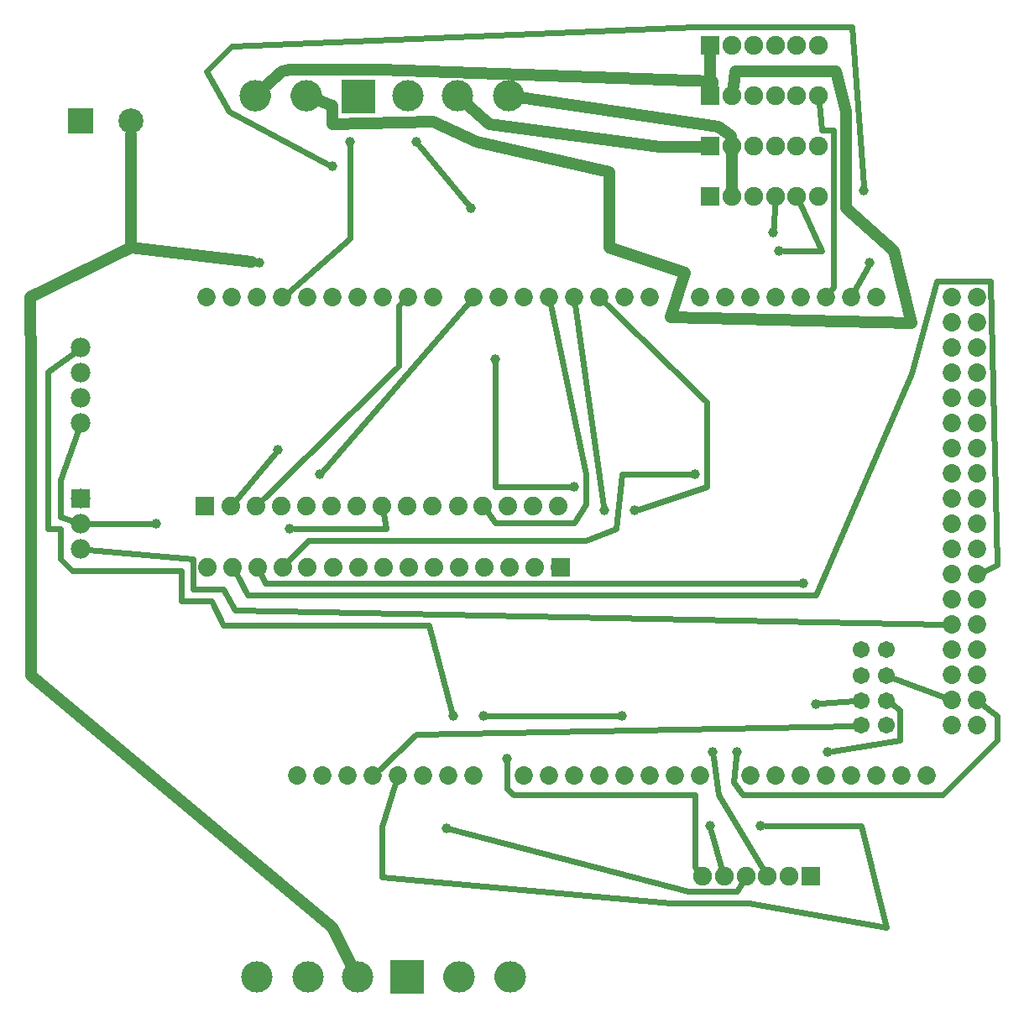
<source format=gtl>
G04 MADE WITH FRITZING*
G04 WWW.FRITZING.ORG*
G04 DOUBLE SIDED*
G04 HOLES PLATED*
G04 CONTOUR ON CENTER OF CONTOUR VECTOR*
%ASAXBY*%
%FSLAX23Y23*%
%MOIN*%
%OFA0B0*%
%SFA1.0B1.0*%
%ADD10C,0.078000*%
%ADD11C,0.099055*%
%ADD12C,0.075000*%
%ADD13C,0.067278*%
%ADD14C,0.072917*%
%ADD15C,0.074000*%
%ADD16C,0.124111*%
%ADD17C,0.124125*%
%ADD18C,0.039370*%
%ADD19R,0.099055X0.099055*%
%ADD20R,0.078000X0.078000*%
%ADD21R,0.075000X0.075000*%
%ADD22R,0.072555X0.072555*%
%ADD23R,0.132161X0.132161*%
%ADD24C,0.024000*%
%ADD25C,0.048000*%
%ADD26R,0.001000X0.001000*%
%LNCOPPER1*%
G90*
G70*
G54D10*
X285Y2717D03*
X285Y2617D03*
X285Y2517D03*
X285Y2417D03*
G54D11*
X285Y3617D03*
X485Y3617D03*
G54D10*
X285Y2117D03*
X285Y2017D03*
X285Y1917D03*
G54D12*
X2785Y3317D03*
X2871Y3317D03*
X2958Y3317D03*
X3044Y3317D03*
X3130Y3317D03*
X3216Y3317D03*
X2785Y3517D03*
X2871Y3517D03*
X2958Y3517D03*
X3044Y3517D03*
X3130Y3517D03*
X3216Y3517D03*
X2785Y3917D03*
X2871Y3917D03*
X2958Y3917D03*
X3044Y3917D03*
X3130Y3917D03*
X3216Y3917D03*
X2785Y3717D03*
X2871Y3717D03*
X2958Y3717D03*
X3044Y3717D03*
X3130Y3717D03*
X3216Y3717D03*
G54D13*
X3385Y1217D03*
X3385Y1316D03*
X3385Y1416D03*
X3385Y1517D03*
X3485Y1217D03*
X3485Y1316D03*
X3485Y1416D03*
X3485Y1517D03*
G54D12*
X3185Y617D03*
X3099Y617D03*
X3013Y617D03*
X2927Y617D03*
X2841Y617D03*
X2755Y617D03*
G54D14*
X3045Y1017D03*
X1445Y1017D03*
X3145Y1017D03*
X3245Y1017D03*
X3345Y1017D03*
X3445Y1017D03*
X3745Y2417D03*
X3545Y1017D03*
X3645Y1017D03*
X1485Y2917D03*
X2045Y1017D03*
X2145Y1017D03*
X2245Y1017D03*
X2345Y1017D03*
X3745Y1617D03*
X2445Y1017D03*
X2545Y1017D03*
X2645Y1017D03*
X2745Y1017D03*
X2245Y2917D03*
X3745Y2817D03*
X3745Y2017D03*
X3745Y1217D03*
X1085Y2917D03*
X1845Y1017D03*
X1845Y2917D03*
X3745Y2617D03*
X3745Y2217D03*
X3745Y1817D03*
X3445Y2917D03*
X3745Y1417D03*
X3345Y2917D03*
X3245Y2917D03*
X3145Y2917D03*
X3045Y2917D03*
X2945Y2917D03*
X2845Y2917D03*
X2745Y2917D03*
X885Y2917D03*
X1285Y2917D03*
X1685Y2917D03*
X1245Y1017D03*
X1645Y1017D03*
X2445Y2917D03*
X2045Y2917D03*
X3745Y2917D03*
X3745Y2717D03*
X3745Y2517D03*
X3745Y2317D03*
X3745Y2117D03*
X3745Y1917D03*
X3745Y1717D03*
X3745Y1517D03*
X3745Y1317D03*
X785Y2917D03*
X985Y2917D03*
X1185Y2917D03*
X1385Y2917D03*
X1585Y2917D03*
X1145Y1017D03*
X1345Y1017D03*
X1545Y1017D03*
X1745Y1017D03*
X2545Y2917D03*
X2345Y2917D03*
X2145Y2917D03*
X1945Y2917D03*
X3845Y2917D03*
X3845Y2817D03*
X3845Y2717D03*
X3845Y2617D03*
X3845Y2517D03*
X3845Y2417D03*
X3845Y2317D03*
X3845Y2217D03*
X3845Y2117D03*
X3845Y2017D03*
X3845Y1917D03*
X3845Y1817D03*
X3845Y1717D03*
X3845Y1617D03*
X3845Y1517D03*
X3845Y1417D03*
X3845Y1317D03*
X3845Y1217D03*
X2945Y1017D03*
G54D15*
X2190Y1845D03*
X2089Y1845D03*
X1989Y1845D03*
X1889Y1845D03*
X1790Y1845D03*
X1689Y1845D03*
X1589Y1845D03*
X1489Y1845D03*
X1387Y1844D03*
X1290Y1845D03*
X1184Y1845D03*
X1088Y1845D03*
X989Y1845D03*
X890Y1845D03*
X789Y1845D03*
G54D16*
X985Y217D03*
X1188Y217D03*
X1386Y217D03*
G54D17*
X1583Y217D03*
X1789Y217D03*
G54D16*
X1991Y217D03*
G54D15*
X780Y2088D03*
X881Y2088D03*
X982Y2088D03*
X1081Y2088D03*
X1181Y2088D03*
X1282Y2088D03*
X1382Y2088D03*
X1482Y2088D03*
X1583Y2089D03*
X1681Y2088D03*
X1786Y2088D03*
X1882Y2088D03*
X1982Y2088D03*
X2081Y2088D03*
X2181Y2088D03*
G54D16*
X1985Y3717D03*
X1783Y3717D03*
X1585Y3717D03*
G54D17*
X1388Y3717D03*
X1182Y3717D03*
G54D16*
X980Y3717D03*
G54D18*
X2724Y2214D03*
X2892Y1110D03*
X3204Y1302D03*
X1236Y2214D03*
X1068Y2310D03*
X3420Y3054D03*
X3252Y1110D03*
X2244Y2166D03*
X1932Y2670D03*
X1764Y1254D03*
X996Y3054D03*
X1836Y3270D03*
X1620Y3534D03*
X1884Y1254D03*
X2436Y1254D03*
X2985Y817D03*
X2785Y817D03*
X3396Y3342D03*
X1284Y3438D03*
X3060Y3102D03*
X1116Y1998D03*
X3036Y3174D03*
X1356Y3534D03*
X1737Y809D03*
X3156Y1782D03*
X2484Y2070D03*
X2796Y1110D03*
X2364Y2070D03*
X1980Y1086D03*
X585Y2017D03*
G54D19*
X285Y3617D03*
G54D20*
X285Y2117D03*
G54D21*
X2785Y3317D03*
X2785Y3517D03*
X2785Y3917D03*
X2785Y3717D03*
X3185Y617D03*
G54D22*
X2191Y1845D03*
G54D23*
X1582Y217D03*
G54D22*
X780Y2088D03*
G54D23*
X1389Y3716D03*
G54D24*
X3511Y1406D02*
X3717Y1327D01*
D02*
X3357Y1216D02*
X1620Y1182D01*
X1620Y1182D02*
X1467Y1037D01*
D02*
X1932Y2651D02*
X1932Y2166D01*
X1932Y2166D02*
X2225Y2166D01*
D02*
X3271Y1113D02*
X3540Y1158D01*
X3540Y1158D02*
X3540Y1278D01*
X3540Y1278D02*
X3508Y1300D01*
D02*
X3357Y1314D02*
X3223Y1303D01*
D02*
X2890Y1091D02*
X2880Y990D01*
X2880Y990D02*
X2916Y942D01*
X2916Y942D02*
X3708Y942D01*
X3708Y942D02*
X3924Y1158D01*
X3924Y1158D02*
X3924Y1254D01*
X3924Y1254D02*
X3869Y1298D01*
D02*
X3263Y2941D02*
X3276Y2958D01*
X3276Y2958D02*
X3276Y3582D01*
X3276Y3582D02*
X3228Y3582D01*
X3228Y3582D02*
X3218Y3688D01*
G54D25*
D02*
X1817Y3686D02*
X1908Y3606D01*
X1908Y3606D02*
X2584Y3516D01*
D02*
X2584Y3516D02*
X2757Y3516D01*
G54D24*
D02*
X2151Y2887D02*
X2292Y2214D01*
X2292Y2214D02*
X2292Y2094D01*
X2292Y2094D02*
X2244Y2022D01*
X2244Y2022D02*
X1932Y2022D01*
X1932Y2022D02*
X1901Y2063D01*
G54D25*
D02*
X2871Y3345D02*
X2871Y3488D01*
D02*
X2030Y3710D02*
X2820Y3594D01*
X2820Y3594D02*
X2868Y3558D01*
X2868Y3558D02*
X2869Y3545D01*
D02*
X2785Y3888D02*
X2785Y3745D01*
D02*
X1020Y3755D02*
X1085Y3816D01*
D02*
X1085Y3816D02*
X1116Y3822D01*
X1116Y3822D02*
X1476Y3822D01*
X1476Y3822D02*
X2796Y3774D01*
X2796Y3774D02*
X2791Y3745D01*
G54D24*
D02*
X2736Y639D02*
X2724Y654D01*
X2724Y654D02*
X2724Y942D01*
X2724Y942D02*
X2004Y942D01*
X2004Y942D02*
X1980Y966D01*
X1980Y966D02*
X1980Y1067D01*
D02*
X2361Y2088D02*
X2249Y2887D01*
G54D25*
D02*
X1224Y3700D02*
X1284Y3678D01*
X1284Y3678D02*
X1284Y3606D01*
X1284Y3606D02*
X1684Y3616D01*
D02*
X1684Y3616D02*
X1860Y3534D01*
X1860Y3534D02*
X2384Y3416D01*
D02*
X2684Y3016D02*
X2628Y2838D01*
D02*
X2384Y3116D02*
X2684Y3016D01*
D02*
X2384Y3416D02*
X2384Y3116D01*
D02*
X2628Y2838D02*
X3584Y2816D01*
D02*
X3584Y2816D02*
X3516Y3102D01*
X3516Y3102D02*
X3324Y3270D01*
X3324Y3270D02*
X3324Y3654D01*
X3324Y3654D02*
X3286Y3816D01*
D02*
X3286Y3816D02*
X2886Y3816D01*
D02*
X2886Y3816D02*
X2877Y3756D01*
G54D24*
D02*
X2705Y2214D02*
X2436Y2214D01*
X2436Y2214D02*
X2412Y1998D01*
X2412Y1998D02*
X2292Y1950D01*
X2292Y1950D02*
X1188Y1950D01*
X1188Y1950D02*
X1110Y1867D01*
D02*
X1004Y2110D02*
X1548Y2646D01*
X1548Y2646D02*
X1548Y2886D01*
X1548Y2886D02*
X1562Y2897D01*
D02*
X1003Y1817D02*
X1020Y1782D01*
X1020Y1782D02*
X3137Y1782D01*
D02*
X2998Y641D02*
X2820Y942D01*
X2820Y942D02*
X2799Y1091D01*
D02*
X2502Y2076D02*
X2772Y2166D01*
X2772Y2166D02*
X2772Y2502D01*
X2772Y2502D02*
X2367Y2895D01*
D02*
X904Y1817D02*
X948Y1734D01*
X948Y1734D02*
X3204Y1734D01*
D02*
X3585Y2616D02*
X3684Y2982D01*
D02*
X3204Y1734D02*
X3585Y2616D01*
D02*
X3684Y2982D02*
X3900Y2982D01*
X3900Y2982D02*
X3924Y1854D01*
X3924Y1854D02*
X3873Y1829D01*
D02*
X3715Y1617D02*
X900Y1674D01*
X900Y1674D02*
X852Y1758D01*
X852Y1758D02*
X732Y1758D01*
X732Y1758D02*
X732Y1878D01*
X732Y1878D02*
X315Y1914D01*
D02*
X901Y2112D02*
X1056Y2295D01*
D02*
X1248Y2228D02*
X1825Y2894D01*
D02*
X3411Y3037D02*
X3360Y2943D01*
D02*
X2912Y592D02*
X2892Y558D01*
X2892Y558D02*
X2700Y558D01*
X2700Y558D02*
X1756Y804D01*
D02*
X1356Y3515D02*
X1356Y3150D01*
X1356Y3150D02*
X1108Y2936D01*
D02*
X3042Y3288D02*
X3037Y3193D01*
D02*
X1488Y2058D02*
X1500Y1998D01*
X1500Y1998D02*
X1135Y1998D01*
D02*
X3142Y3290D02*
X3228Y3102D01*
X3228Y3102D02*
X3079Y3102D01*
D02*
X1267Y3446D02*
X876Y3654D01*
X876Y3654D02*
X785Y3816D01*
D02*
X785Y3816D02*
X885Y3916D01*
D02*
X885Y3916D02*
X2724Y3990D01*
X2724Y3990D02*
X3348Y3990D01*
X3348Y3990D02*
X3395Y3361D01*
D02*
X275Y2388D02*
X204Y2190D01*
X204Y2190D02*
X204Y2046D01*
X204Y2046D02*
X257Y2027D01*
D02*
X2833Y644D02*
X2790Y798D01*
D02*
X3004Y817D02*
X3385Y817D01*
D02*
X3385Y817D02*
X3486Y415D01*
D02*
X3486Y415D02*
X2940Y510D01*
X2940Y510D02*
X2628Y510D01*
X2628Y510D02*
X1483Y616D01*
D02*
X1483Y616D02*
X1483Y814D01*
D02*
X1483Y814D02*
X1536Y988D01*
D02*
X261Y2699D02*
X156Y2622D01*
X156Y2622D02*
X156Y1998D01*
X156Y1998D02*
X204Y1998D01*
X204Y1998D02*
X204Y1878D01*
X204Y1878D02*
X252Y1830D01*
X252Y1830D02*
X684Y1830D01*
X684Y1830D02*
X684Y1710D01*
X684Y1710D02*
X804Y1710D01*
X804Y1710D02*
X852Y1614D01*
X852Y1614D02*
X1668Y1614D01*
X1668Y1614D02*
X1759Y1272D01*
D02*
X2417Y1254D02*
X1903Y1254D01*
D02*
X1632Y3519D02*
X1824Y3284D01*
G54D25*
D02*
X966Y3057D02*
X486Y3116D01*
D02*
X486Y3116D02*
X86Y2919D01*
D02*
X86Y2919D02*
X87Y2616D01*
D02*
X87Y2616D02*
X87Y1414D01*
D02*
X87Y1414D02*
X1286Y416D01*
D02*
X1286Y416D02*
X1360Y267D01*
D02*
X485Y3565D02*
X486Y3116D01*
G54D24*
D02*
X315Y2017D02*
X566Y2017D01*
G54D26*
X972Y3779D02*
X986Y3779D01*
X1174Y3779D02*
X1188Y3779D01*
X1380Y3779D02*
X1394Y3779D01*
X966Y3778D02*
X992Y3778D01*
X1168Y3778D02*
X1194Y3778D01*
X1374Y3778D02*
X1400Y3778D01*
X962Y3777D02*
X996Y3777D01*
X1165Y3777D02*
X1198Y3777D01*
X1371Y3777D02*
X1404Y3777D01*
X959Y3776D02*
X999Y3776D01*
X1161Y3776D02*
X1201Y3776D01*
X1367Y3776D02*
X1407Y3776D01*
X956Y3775D02*
X1002Y3775D01*
X1159Y3775D02*
X1204Y3775D01*
X1365Y3775D02*
X1410Y3775D01*
X954Y3774D02*
X1004Y3774D01*
X1156Y3774D02*
X1206Y3774D01*
X1362Y3774D02*
X1412Y3774D01*
X952Y3773D02*
X1006Y3773D01*
X1154Y3773D02*
X1208Y3773D01*
X1360Y3773D02*
X1414Y3773D01*
X950Y3772D02*
X1008Y3772D01*
X1152Y3772D02*
X1210Y3772D01*
X1358Y3772D02*
X1416Y3772D01*
X948Y3771D02*
X1010Y3771D01*
X1151Y3771D02*
X1212Y3771D01*
X1357Y3771D02*
X1418Y3771D01*
X946Y3770D02*
X1011Y3770D01*
X1149Y3770D02*
X1214Y3770D01*
X1355Y3770D02*
X1420Y3770D01*
X945Y3769D02*
X1013Y3769D01*
X1147Y3769D02*
X1215Y3769D01*
X1353Y3769D02*
X1421Y3769D01*
X943Y3768D02*
X1014Y3768D01*
X1146Y3768D02*
X1217Y3768D01*
X1352Y3768D02*
X1423Y3768D01*
X942Y3767D02*
X1015Y3767D01*
X1145Y3767D02*
X1218Y3767D01*
X1351Y3767D02*
X1424Y3767D01*
X941Y3766D02*
X1017Y3766D01*
X1143Y3766D02*
X1219Y3766D01*
X1349Y3766D02*
X1425Y3766D01*
X939Y3765D02*
X1018Y3765D01*
X1142Y3765D02*
X1221Y3765D01*
X1348Y3765D02*
X1427Y3765D01*
X938Y3764D02*
X1019Y3764D01*
X1141Y3764D02*
X1222Y3764D01*
X1347Y3764D02*
X1428Y3764D01*
X937Y3763D02*
X1020Y3763D01*
X1140Y3763D02*
X1223Y3763D01*
X1346Y3763D02*
X1429Y3763D01*
X936Y3762D02*
X1021Y3762D01*
X1139Y3762D02*
X1224Y3762D01*
X1345Y3762D02*
X1430Y3762D01*
X935Y3761D02*
X1022Y3761D01*
X1138Y3761D02*
X1225Y3761D01*
X1344Y3761D02*
X1431Y3761D01*
X934Y3760D02*
X1023Y3760D01*
X1137Y3760D02*
X1226Y3760D01*
X1343Y3760D02*
X1432Y3760D01*
X933Y3759D02*
X1024Y3759D01*
X1136Y3759D02*
X1227Y3759D01*
X1342Y3759D02*
X1433Y3759D01*
X932Y3758D02*
X1025Y3758D01*
X1135Y3758D02*
X1228Y3758D01*
X1341Y3758D02*
X1434Y3758D01*
X932Y3757D02*
X1026Y3757D01*
X1134Y3757D02*
X1229Y3757D01*
X1340Y3757D02*
X1435Y3757D01*
X931Y3756D02*
X1027Y3756D01*
X1133Y3756D02*
X1229Y3756D01*
X1339Y3756D02*
X1435Y3756D01*
X930Y3755D02*
X1028Y3755D01*
X1133Y3755D02*
X1230Y3755D01*
X1338Y3755D02*
X1436Y3755D01*
X929Y3754D02*
X1028Y3754D01*
X1132Y3754D02*
X1231Y3754D01*
X1338Y3754D02*
X1437Y3754D01*
X929Y3753D02*
X1029Y3753D01*
X1131Y3753D02*
X1232Y3753D01*
X1337Y3753D02*
X1438Y3753D01*
X928Y3752D02*
X1030Y3752D01*
X1130Y3752D02*
X1232Y3752D01*
X1336Y3752D02*
X1438Y3752D01*
X927Y3751D02*
X971Y3751D01*
X987Y3751D02*
X1030Y3751D01*
X1130Y3751D02*
X1173Y3751D01*
X1189Y3751D02*
X1233Y3751D01*
X1336Y3751D02*
X1379Y3751D01*
X1395Y3751D02*
X1439Y3751D01*
X927Y3750D02*
X967Y3750D01*
X990Y3750D02*
X1031Y3750D01*
X1129Y3750D02*
X1170Y3750D01*
X1193Y3750D02*
X1234Y3750D01*
X1335Y3750D02*
X1376Y3750D01*
X1399Y3750D02*
X1439Y3750D01*
X926Y3749D02*
X965Y3749D01*
X993Y3749D02*
X1032Y3749D01*
X1128Y3749D02*
X1167Y3749D01*
X1195Y3749D02*
X1234Y3749D01*
X1334Y3749D02*
X1373Y3749D01*
X1401Y3749D02*
X1440Y3749D01*
X925Y3748D02*
X963Y3748D01*
X995Y3748D02*
X1032Y3748D01*
X1128Y3748D02*
X1165Y3748D01*
X1197Y3748D02*
X1235Y3748D01*
X1334Y3748D02*
X1371Y3748D01*
X1403Y3748D02*
X1441Y3748D01*
X925Y3747D02*
X961Y3747D01*
X997Y3747D02*
X1033Y3747D01*
X1127Y3747D02*
X1163Y3747D01*
X1199Y3747D02*
X1235Y3747D01*
X1333Y3747D02*
X1369Y3747D01*
X1405Y3747D02*
X1441Y3747D01*
X924Y3746D02*
X959Y3746D01*
X998Y3746D02*
X1033Y3746D01*
X1127Y3746D02*
X1162Y3746D01*
X1201Y3746D02*
X1236Y3746D01*
X1333Y3746D02*
X1368Y3746D01*
X1407Y3746D02*
X1442Y3746D01*
X924Y3745D02*
X958Y3745D01*
X1000Y3745D02*
X1034Y3745D01*
X1126Y3745D02*
X1160Y3745D01*
X1202Y3745D02*
X1236Y3745D01*
X1332Y3745D02*
X1366Y3745D01*
X1408Y3745D02*
X1442Y3745D01*
X923Y3744D02*
X957Y3744D01*
X1001Y3744D02*
X1034Y3744D01*
X1126Y3744D02*
X1159Y3744D01*
X1204Y3744D02*
X1237Y3744D01*
X1332Y3744D02*
X1365Y3744D01*
X1410Y3744D02*
X1443Y3744D01*
X923Y3743D02*
X955Y3743D01*
X1002Y3743D02*
X1035Y3743D01*
X1125Y3743D02*
X1158Y3743D01*
X1205Y3743D02*
X1237Y3743D01*
X1331Y3743D02*
X1364Y3743D01*
X1411Y3743D02*
X1443Y3743D01*
X922Y3742D02*
X954Y3742D01*
X1003Y3742D02*
X1035Y3742D01*
X1125Y3742D02*
X1157Y3742D01*
X1206Y3742D02*
X1238Y3742D01*
X1331Y3742D02*
X1363Y3742D01*
X1412Y3742D02*
X1444Y3742D01*
X922Y3741D02*
X953Y3741D01*
X1004Y3741D02*
X1036Y3741D01*
X1124Y3741D02*
X1156Y3741D01*
X1207Y3741D02*
X1238Y3741D01*
X1330Y3741D02*
X1362Y3741D01*
X1413Y3741D02*
X1444Y3741D01*
X922Y3740D02*
X952Y3740D01*
X1005Y3740D02*
X1036Y3740D01*
X1124Y3740D02*
X1155Y3740D01*
X1208Y3740D02*
X1239Y3740D01*
X1330Y3740D02*
X1361Y3740D01*
X1414Y3740D02*
X1445Y3740D01*
X921Y3739D02*
X952Y3739D01*
X1006Y3739D02*
X1036Y3739D01*
X1124Y3739D02*
X1154Y3739D01*
X1209Y3739D02*
X1239Y3739D01*
X1330Y3739D02*
X1360Y3739D01*
X1414Y3739D02*
X1445Y3739D01*
X921Y3738D02*
X951Y3738D01*
X1007Y3738D02*
X1037Y3738D01*
X1123Y3738D02*
X1153Y3738D01*
X1209Y3738D02*
X1239Y3738D01*
X1329Y3738D02*
X1359Y3738D01*
X1415Y3738D02*
X1445Y3738D01*
X920Y3737D02*
X950Y3737D01*
X1008Y3737D02*
X1037Y3737D01*
X1123Y3737D02*
X1153Y3737D01*
X1210Y3737D02*
X1240Y3737D01*
X1329Y3737D02*
X1359Y3737D01*
X1416Y3737D02*
X1446Y3737D01*
X920Y3736D02*
X949Y3736D01*
X1008Y3736D02*
X1037Y3736D01*
X1123Y3736D02*
X1152Y3736D01*
X1211Y3736D02*
X1240Y3736D01*
X1329Y3736D02*
X1358Y3736D01*
X1417Y3736D02*
X1446Y3736D01*
X920Y3735D02*
X949Y3735D01*
X1009Y3735D02*
X1038Y3735D01*
X1122Y3735D02*
X1151Y3735D01*
X1211Y3735D02*
X1240Y3735D01*
X1328Y3735D02*
X1357Y3735D01*
X1417Y3735D02*
X1446Y3735D01*
X920Y3734D02*
X948Y3734D01*
X1009Y3734D02*
X1038Y3734D01*
X1122Y3734D02*
X1151Y3734D01*
X1212Y3734D02*
X1241Y3734D01*
X1328Y3734D02*
X1357Y3734D01*
X1418Y3734D02*
X1446Y3734D01*
X919Y3733D02*
X948Y3733D01*
X1010Y3733D02*
X1038Y3733D01*
X1122Y3733D02*
X1150Y3733D01*
X1212Y3733D02*
X1241Y3733D01*
X1328Y3733D02*
X1356Y3733D01*
X1418Y3733D02*
X1447Y3733D01*
X919Y3732D02*
X947Y3732D01*
X1010Y3732D02*
X1038Y3732D01*
X1122Y3732D02*
X1150Y3732D01*
X1213Y3732D02*
X1241Y3732D01*
X1328Y3732D02*
X1356Y3732D01*
X1419Y3732D02*
X1447Y3732D01*
X919Y3731D02*
X947Y3731D01*
X1011Y3731D02*
X1039Y3731D01*
X1121Y3731D02*
X1149Y3731D01*
X1213Y3731D02*
X1241Y3731D01*
X1327Y3731D02*
X1355Y3731D01*
X1419Y3731D02*
X1447Y3731D01*
X919Y3730D02*
X946Y3730D01*
X1011Y3730D02*
X1039Y3730D01*
X1121Y3730D02*
X1149Y3730D01*
X1214Y3730D02*
X1242Y3730D01*
X1327Y3730D02*
X1355Y3730D01*
X1420Y3730D02*
X1447Y3730D01*
X918Y3729D02*
X946Y3729D01*
X1012Y3729D02*
X1039Y3729D01*
X1121Y3729D02*
X1149Y3729D01*
X1214Y3729D02*
X1242Y3729D01*
X1327Y3729D02*
X1355Y3729D01*
X1420Y3729D02*
X1448Y3729D01*
X918Y3728D02*
X946Y3728D01*
X1012Y3728D02*
X1039Y3728D01*
X1121Y3728D02*
X1148Y3728D01*
X1214Y3728D02*
X1242Y3728D01*
X1327Y3728D02*
X1354Y3728D01*
X1420Y3728D02*
X1448Y3728D01*
X918Y3727D02*
X945Y3727D01*
X1012Y3727D02*
X1039Y3727D01*
X1121Y3727D02*
X1148Y3727D01*
X1215Y3727D02*
X1242Y3727D01*
X1327Y3727D02*
X1354Y3727D01*
X1421Y3727D02*
X1448Y3727D01*
X918Y3726D02*
X945Y3726D01*
X1013Y3726D02*
X1040Y3726D01*
X1120Y3726D02*
X1148Y3726D01*
X1215Y3726D02*
X1242Y3726D01*
X1326Y3726D02*
X1354Y3726D01*
X1421Y3726D02*
X1448Y3726D01*
X918Y3725D02*
X945Y3725D01*
X1013Y3725D02*
X1040Y3725D01*
X1120Y3725D02*
X1147Y3725D01*
X1215Y3725D02*
X1242Y3725D01*
X1326Y3725D02*
X1353Y3725D01*
X1421Y3725D02*
X1448Y3725D01*
X918Y3724D02*
X945Y3724D01*
X1013Y3724D02*
X1040Y3724D01*
X1120Y3724D02*
X1147Y3724D01*
X1216Y3724D02*
X1242Y3724D01*
X1326Y3724D02*
X1353Y3724D01*
X1421Y3724D02*
X1448Y3724D01*
X918Y3723D02*
X944Y3723D01*
X1013Y3723D02*
X1040Y3723D01*
X1120Y3723D02*
X1147Y3723D01*
X1216Y3723D02*
X1243Y3723D01*
X1326Y3723D02*
X1353Y3723D01*
X1422Y3723D02*
X1449Y3723D01*
X918Y3722D02*
X944Y3722D01*
X1013Y3722D02*
X1040Y3722D01*
X1120Y3722D02*
X1147Y3722D01*
X1216Y3722D02*
X1243Y3722D01*
X1326Y3722D02*
X1353Y3722D01*
X1422Y3722D02*
X1449Y3722D01*
X917Y3721D02*
X944Y3721D01*
X1013Y3721D02*
X1040Y3721D01*
X1120Y3721D02*
X1147Y3721D01*
X1216Y3721D02*
X1243Y3721D01*
X1326Y3721D02*
X1353Y3721D01*
X1422Y3721D02*
X1449Y3721D01*
X917Y3720D02*
X944Y3720D01*
X1013Y3720D02*
X1040Y3720D01*
X1120Y3720D02*
X1147Y3720D01*
X1216Y3720D02*
X1243Y3720D01*
X1326Y3720D02*
X1353Y3720D01*
X1422Y3720D02*
X1449Y3720D01*
X917Y3719D02*
X944Y3719D01*
X1014Y3719D02*
X1040Y3719D01*
X1120Y3719D02*
X1147Y3719D01*
X1216Y3719D02*
X1243Y3719D01*
X1326Y3719D02*
X1353Y3719D01*
X1422Y3719D02*
X1449Y3719D01*
X917Y3718D02*
X944Y3718D01*
X1014Y3718D02*
X1040Y3718D01*
X1120Y3718D02*
X1147Y3718D01*
X1216Y3718D02*
X1243Y3718D01*
X1326Y3718D02*
X1353Y3718D01*
X1422Y3718D02*
X1449Y3718D01*
X917Y3717D02*
X944Y3717D01*
X1014Y3717D02*
X1040Y3717D01*
X1120Y3717D02*
X1147Y3717D01*
X1216Y3717D02*
X1243Y3717D01*
X1326Y3717D02*
X1353Y3717D01*
X1422Y3717D02*
X1449Y3717D01*
X917Y3716D02*
X944Y3716D01*
X1014Y3716D02*
X1040Y3716D01*
X1120Y3716D02*
X1147Y3716D01*
X1216Y3716D02*
X1243Y3716D01*
X1326Y3716D02*
X1353Y3716D01*
X1422Y3716D02*
X1449Y3716D01*
X917Y3715D02*
X944Y3715D01*
X1013Y3715D02*
X1040Y3715D01*
X1120Y3715D02*
X1147Y3715D01*
X1216Y3715D02*
X1243Y3715D01*
X1326Y3715D02*
X1353Y3715D01*
X1422Y3715D02*
X1449Y3715D01*
X917Y3714D02*
X944Y3714D01*
X1013Y3714D02*
X1040Y3714D01*
X1120Y3714D02*
X1147Y3714D01*
X1216Y3714D02*
X1243Y3714D01*
X1326Y3714D02*
X1353Y3714D01*
X1422Y3714D02*
X1449Y3714D01*
X918Y3713D02*
X944Y3713D01*
X1013Y3713D02*
X1040Y3713D01*
X1120Y3713D02*
X1147Y3713D01*
X1216Y3713D02*
X1243Y3713D01*
X1326Y3713D02*
X1353Y3713D01*
X1422Y3713D02*
X1449Y3713D01*
X918Y3712D02*
X944Y3712D01*
X1013Y3712D02*
X1040Y3712D01*
X1120Y3712D02*
X1147Y3712D01*
X1216Y3712D02*
X1243Y3712D01*
X1326Y3712D02*
X1353Y3712D01*
X1422Y3712D02*
X1449Y3712D01*
X918Y3711D02*
X945Y3711D01*
X1013Y3711D02*
X1040Y3711D01*
X1120Y3711D02*
X1147Y3711D01*
X1216Y3711D02*
X1242Y3711D01*
X1326Y3711D02*
X1353Y3711D01*
X1421Y3711D02*
X1448Y3711D01*
X918Y3710D02*
X945Y3710D01*
X1013Y3710D02*
X1040Y3710D01*
X1120Y3710D02*
X1147Y3710D01*
X1215Y3710D02*
X1242Y3710D01*
X1326Y3710D02*
X1353Y3710D01*
X1421Y3710D02*
X1448Y3710D01*
X918Y3709D02*
X945Y3709D01*
X1013Y3709D02*
X1040Y3709D01*
X1120Y3709D02*
X1148Y3709D01*
X1215Y3709D02*
X1242Y3709D01*
X1326Y3709D02*
X1354Y3709D01*
X1421Y3709D02*
X1448Y3709D01*
X918Y3708D02*
X945Y3708D01*
X1012Y3708D02*
X1039Y3708D01*
X1121Y3708D02*
X1148Y3708D01*
X1215Y3708D02*
X1242Y3708D01*
X1327Y3708D02*
X1354Y3708D01*
X1421Y3708D02*
X1448Y3708D01*
X918Y3707D02*
X946Y3707D01*
X1012Y3707D02*
X1039Y3707D01*
X1121Y3707D02*
X1148Y3707D01*
X1214Y3707D02*
X1242Y3707D01*
X1327Y3707D02*
X1354Y3707D01*
X1420Y3707D02*
X1448Y3707D01*
X918Y3706D02*
X946Y3706D01*
X1012Y3706D02*
X1039Y3706D01*
X1121Y3706D02*
X1148Y3706D01*
X1214Y3706D02*
X1242Y3706D01*
X1327Y3706D02*
X1354Y3706D01*
X1420Y3706D02*
X1448Y3706D01*
X919Y3705D02*
X946Y3705D01*
X1011Y3705D02*
X1039Y3705D01*
X1121Y3705D02*
X1149Y3705D01*
X1214Y3705D02*
X1242Y3705D01*
X1327Y3705D02*
X1355Y3705D01*
X1420Y3705D02*
X1447Y3705D01*
X919Y3704D02*
X947Y3704D01*
X1011Y3704D02*
X1039Y3704D01*
X1121Y3704D02*
X1149Y3704D01*
X1213Y3704D02*
X1241Y3704D01*
X1327Y3704D02*
X1355Y3704D01*
X1419Y3704D02*
X1447Y3704D01*
X919Y3703D02*
X947Y3703D01*
X1010Y3703D02*
X1039Y3703D01*
X1122Y3703D02*
X1150Y3703D01*
X1213Y3703D02*
X1241Y3703D01*
X1328Y3703D02*
X1356Y3703D01*
X1419Y3703D02*
X1447Y3703D01*
X919Y3702D02*
X948Y3702D01*
X1010Y3702D02*
X1038Y3702D01*
X1122Y3702D02*
X1150Y3702D01*
X1212Y3702D02*
X1241Y3702D01*
X1328Y3702D02*
X1356Y3702D01*
X1418Y3702D02*
X1447Y3702D01*
X920Y3701D02*
X948Y3701D01*
X1009Y3701D02*
X1038Y3701D01*
X1122Y3701D02*
X1151Y3701D01*
X1212Y3701D02*
X1241Y3701D01*
X1328Y3701D02*
X1357Y3701D01*
X1418Y3701D02*
X1446Y3701D01*
X920Y3700D02*
X949Y3700D01*
X1009Y3700D02*
X1038Y3700D01*
X1122Y3700D02*
X1151Y3700D01*
X1211Y3700D02*
X1240Y3700D01*
X1328Y3700D02*
X1357Y3700D01*
X1417Y3700D02*
X1446Y3700D01*
X920Y3699D02*
X949Y3699D01*
X1008Y3699D02*
X1037Y3699D01*
X1123Y3699D02*
X1152Y3699D01*
X1211Y3699D02*
X1240Y3699D01*
X1329Y3699D02*
X1358Y3699D01*
X1417Y3699D02*
X1446Y3699D01*
X920Y3698D02*
X950Y3698D01*
X1008Y3698D02*
X1037Y3698D01*
X1123Y3698D02*
X1153Y3698D01*
X1210Y3698D02*
X1240Y3698D01*
X1329Y3698D02*
X1359Y3698D01*
X1416Y3698D02*
X1446Y3698D01*
X921Y3697D02*
X951Y3697D01*
X1007Y3697D02*
X1037Y3697D01*
X1123Y3697D02*
X1153Y3697D01*
X1209Y3697D02*
X1239Y3697D01*
X1329Y3697D02*
X1359Y3697D01*
X1415Y3697D02*
X1445Y3697D01*
X921Y3696D02*
X952Y3696D01*
X1006Y3696D02*
X1036Y3696D01*
X1124Y3696D02*
X1154Y3696D01*
X1209Y3696D02*
X1239Y3696D01*
X1330Y3696D02*
X1360Y3696D01*
X1415Y3696D02*
X1445Y3696D01*
X922Y3695D02*
X952Y3695D01*
X1005Y3695D02*
X1036Y3695D01*
X1124Y3695D02*
X1155Y3695D01*
X1208Y3695D02*
X1239Y3695D01*
X1330Y3695D02*
X1361Y3695D01*
X1414Y3695D02*
X1445Y3695D01*
X922Y3694D02*
X953Y3694D01*
X1004Y3694D02*
X1036Y3694D01*
X1124Y3694D02*
X1156Y3694D01*
X1207Y3694D02*
X1238Y3694D01*
X1330Y3694D02*
X1362Y3694D01*
X1413Y3694D02*
X1444Y3694D01*
X922Y3693D02*
X954Y3693D01*
X1003Y3693D02*
X1035Y3693D01*
X1125Y3693D02*
X1157Y3693D01*
X1206Y3693D02*
X1238Y3693D01*
X1331Y3693D02*
X1363Y3693D01*
X1412Y3693D02*
X1444Y3693D01*
X923Y3692D02*
X955Y3692D01*
X1002Y3692D02*
X1035Y3692D01*
X1125Y3692D02*
X1158Y3692D01*
X1205Y3692D02*
X1237Y3692D01*
X1331Y3692D02*
X1364Y3692D01*
X1411Y3692D02*
X1443Y3692D01*
X923Y3691D02*
X956Y3691D01*
X1001Y3691D02*
X1034Y3691D01*
X1126Y3691D02*
X1159Y3691D01*
X1204Y3691D02*
X1237Y3691D01*
X1332Y3691D02*
X1365Y3691D01*
X1410Y3691D02*
X1443Y3691D01*
X924Y3690D02*
X958Y3690D01*
X1000Y3690D02*
X1034Y3690D01*
X1126Y3690D02*
X1160Y3690D01*
X1202Y3690D02*
X1236Y3690D01*
X1332Y3690D02*
X1366Y3690D01*
X1408Y3690D02*
X1442Y3690D01*
X924Y3689D02*
X959Y3689D01*
X998Y3689D02*
X1033Y3689D01*
X1127Y3689D02*
X1162Y3689D01*
X1201Y3689D02*
X1236Y3689D01*
X1333Y3689D02*
X1368Y3689D01*
X1407Y3689D02*
X1442Y3689D01*
X925Y3688D02*
X961Y3688D01*
X997Y3688D02*
X1033Y3688D01*
X1127Y3688D02*
X1163Y3688D01*
X1199Y3688D02*
X1235Y3688D01*
X1333Y3688D02*
X1369Y3688D01*
X1405Y3688D02*
X1441Y3688D01*
X925Y3687D02*
X963Y3687D01*
X995Y3687D02*
X1032Y3687D01*
X1128Y3687D02*
X1165Y3687D01*
X1197Y3687D02*
X1235Y3687D01*
X1334Y3687D02*
X1371Y3687D01*
X1403Y3687D02*
X1441Y3687D01*
X926Y3686D02*
X965Y3686D01*
X993Y3686D02*
X1032Y3686D01*
X1128Y3686D02*
X1167Y3686D01*
X1195Y3686D02*
X1234Y3686D01*
X1334Y3686D02*
X1373Y3686D01*
X1401Y3686D02*
X1440Y3686D01*
X927Y3685D02*
X967Y3685D01*
X990Y3685D02*
X1031Y3685D01*
X1129Y3685D02*
X1170Y3685D01*
X1193Y3685D02*
X1234Y3685D01*
X1335Y3685D02*
X1376Y3685D01*
X1399Y3685D02*
X1440Y3685D01*
X927Y3684D02*
X971Y3684D01*
X987Y3684D02*
X1030Y3684D01*
X1130Y3684D02*
X1173Y3684D01*
X1189Y3684D02*
X1233Y3684D01*
X1336Y3684D02*
X1379Y3684D01*
X1395Y3684D02*
X1439Y3684D01*
X928Y3683D02*
X1030Y3683D01*
X1130Y3683D02*
X1232Y3683D01*
X1336Y3683D02*
X1438Y3683D01*
X928Y3682D02*
X1029Y3682D01*
X1131Y3682D02*
X1232Y3682D01*
X1337Y3682D02*
X1438Y3682D01*
X929Y3681D02*
X1028Y3681D01*
X1132Y3681D02*
X1231Y3681D01*
X1338Y3681D02*
X1437Y3681D01*
X930Y3680D02*
X1028Y3680D01*
X1132Y3680D02*
X1230Y3680D01*
X1338Y3680D02*
X1436Y3680D01*
X931Y3679D02*
X1027Y3679D01*
X1133Y3679D02*
X1229Y3679D01*
X1339Y3679D02*
X1435Y3679D01*
X931Y3678D02*
X1026Y3678D01*
X1134Y3678D02*
X1229Y3678D01*
X1340Y3678D02*
X1435Y3678D01*
X932Y3677D02*
X1025Y3677D01*
X1135Y3677D02*
X1228Y3677D01*
X1341Y3677D02*
X1434Y3677D01*
X933Y3676D02*
X1024Y3676D01*
X1136Y3676D02*
X1227Y3676D01*
X1342Y3676D02*
X1433Y3676D01*
X934Y3675D02*
X1023Y3675D01*
X1137Y3675D02*
X1226Y3675D01*
X1343Y3675D02*
X1432Y3675D01*
X935Y3674D02*
X1023Y3674D01*
X1138Y3674D02*
X1225Y3674D01*
X1344Y3674D02*
X1431Y3674D01*
X936Y3673D02*
X1022Y3673D01*
X1139Y3673D02*
X1224Y3673D01*
X1345Y3673D02*
X1430Y3673D01*
X937Y3672D02*
X1020Y3672D01*
X1140Y3672D02*
X1223Y3672D01*
X1346Y3672D02*
X1429Y3672D01*
X938Y3671D02*
X1019Y3671D01*
X1141Y3671D02*
X1222Y3671D01*
X1347Y3671D02*
X1428Y3671D01*
X939Y3670D02*
X1018Y3670D01*
X1142Y3670D02*
X1221Y3670D01*
X1348Y3670D02*
X1427Y3670D01*
X941Y3669D02*
X1017Y3669D01*
X1143Y3669D02*
X1219Y3669D01*
X1349Y3669D02*
X1425Y3669D01*
X942Y3668D02*
X1016Y3668D01*
X1145Y3668D02*
X1218Y3668D01*
X1351Y3668D02*
X1424Y3668D01*
X943Y3667D02*
X1014Y3667D01*
X1146Y3667D02*
X1217Y3667D01*
X1352Y3667D02*
X1423Y3667D01*
X945Y3666D02*
X1013Y3666D01*
X1147Y3666D02*
X1215Y3666D01*
X1353Y3666D02*
X1421Y3666D01*
X946Y3665D02*
X1011Y3665D01*
X1149Y3665D02*
X1214Y3665D01*
X1355Y3665D02*
X1420Y3665D01*
X948Y3664D02*
X1010Y3664D01*
X1151Y3664D02*
X1212Y3664D01*
X1356Y3664D02*
X1418Y3664D01*
X950Y3663D02*
X1008Y3663D01*
X1152Y3663D02*
X1210Y3663D01*
X1358Y3663D02*
X1416Y3663D01*
X952Y3662D02*
X1006Y3662D01*
X1154Y3662D02*
X1208Y3662D01*
X1360Y3662D02*
X1414Y3662D01*
X954Y3661D02*
X1004Y3661D01*
X1156Y3661D02*
X1206Y3661D01*
X1362Y3661D02*
X1412Y3661D01*
X956Y3660D02*
X1002Y3660D01*
X1158Y3660D02*
X1204Y3660D01*
X1364Y3660D02*
X1410Y3660D01*
X959Y3659D02*
X999Y3659D01*
X1161Y3659D02*
X1201Y3659D01*
X1367Y3659D02*
X1407Y3659D01*
X962Y3658D02*
X996Y3658D01*
X1164Y3658D02*
X1198Y3658D01*
X1370Y3658D02*
X1404Y3658D01*
X966Y3657D02*
X992Y3657D01*
X1168Y3657D02*
X1194Y3657D01*
X1374Y3657D02*
X1400Y3657D01*
X972Y3656D02*
X986Y3656D01*
X1174Y3656D02*
X1188Y3656D01*
X1380Y3656D02*
X1394Y3656D01*
X1582Y280D02*
X1582Y280D01*
X1788Y280D02*
X1788Y280D01*
X1990Y280D02*
X1990Y280D01*
X1572Y279D02*
X1592Y279D01*
X1778Y279D02*
X1798Y279D01*
X1980Y279D02*
X2000Y279D01*
X1567Y278D02*
X1596Y278D01*
X1773Y278D02*
X1802Y278D01*
X1975Y278D02*
X2005Y278D01*
X1563Y277D02*
X1600Y277D01*
X1769Y277D02*
X1806Y277D01*
X1972Y277D02*
X2009Y277D01*
X1560Y276D02*
X1603Y276D01*
X1766Y276D02*
X1809Y276D01*
X1969Y276D02*
X2011Y276D01*
X1558Y275D02*
X1606Y275D01*
X1764Y275D02*
X1812Y275D01*
X1966Y275D02*
X2014Y275D01*
X1556Y274D02*
X1608Y274D01*
X1762Y274D02*
X1814Y274D01*
X1964Y274D02*
X2016Y274D01*
X1554Y273D02*
X1610Y273D01*
X1760Y273D02*
X1816Y273D01*
X1962Y273D02*
X2018Y273D01*
X1552Y272D02*
X1612Y272D01*
X1758Y272D02*
X1818Y272D01*
X1960Y272D02*
X2020Y272D01*
X1550Y271D02*
X1613Y271D01*
X1756Y271D02*
X1819Y271D01*
X1959Y271D02*
X2022Y271D01*
X1549Y270D02*
X1615Y270D01*
X1754Y270D02*
X1821Y270D01*
X1957Y270D02*
X2023Y270D01*
X1547Y269D02*
X1616Y269D01*
X1753Y269D02*
X1822Y269D01*
X1955Y269D02*
X2025Y269D01*
X1546Y268D02*
X1618Y268D01*
X1752Y268D02*
X1824Y268D01*
X1954Y268D02*
X2026Y268D01*
X1544Y267D02*
X1619Y267D01*
X1750Y267D02*
X1825Y267D01*
X1953Y267D02*
X2028Y267D01*
X1543Y266D02*
X1620Y266D01*
X1749Y266D02*
X1826Y266D01*
X1951Y266D02*
X2029Y266D01*
X1542Y265D02*
X1622Y265D01*
X1748Y265D02*
X1828Y265D01*
X1950Y265D02*
X2030Y265D01*
X1541Y264D02*
X1623Y264D01*
X1747Y264D02*
X1829Y264D01*
X1949Y264D02*
X2031Y264D01*
X1540Y263D02*
X1624Y263D01*
X1746Y263D02*
X1830Y263D01*
X1948Y263D02*
X2032Y263D01*
X1538Y262D02*
X1625Y262D01*
X1744Y262D02*
X1831Y262D01*
X1947Y262D02*
X2033Y262D01*
X1538Y261D02*
X1626Y261D01*
X1743Y261D02*
X1832Y261D01*
X1946Y261D02*
X2034Y261D01*
X1537Y260D02*
X1627Y260D01*
X1743Y260D02*
X1833Y260D01*
X1945Y260D02*
X2035Y260D01*
X1536Y259D02*
X1628Y259D01*
X1742Y259D02*
X1834Y259D01*
X1944Y259D02*
X2036Y259D01*
X1535Y258D02*
X1629Y258D01*
X1741Y258D02*
X1835Y258D01*
X1943Y258D02*
X2037Y258D01*
X1534Y257D02*
X1629Y257D01*
X1740Y257D02*
X1835Y257D01*
X1942Y257D02*
X2038Y257D01*
X1533Y256D02*
X1630Y256D01*
X1739Y256D02*
X1836Y256D01*
X1942Y256D02*
X2039Y256D01*
X1533Y255D02*
X1631Y255D01*
X1738Y255D02*
X1837Y255D01*
X1941Y255D02*
X2039Y255D01*
X1532Y254D02*
X1632Y254D01*
X1738Y254D02*
X1838Y254D01*
X1940Y254D02*
X2040Y254D01*
X1531Y253D02*
X1632Y253D01*
X1737Y253D02*
X1838Y253D01*
X1940Y253D02*
X2041Y253D01*
X1530Y252D02*
X1577Y252D01*
X1587Y252D02*
X1633Y252D01*
X1736Y252D02*
X1783Y252D01*
X1793Y252D02*
X1839Y252D01*
X1939Y252D02*
X1985Y252D01*
X1995Y252D02*
X2041Y252D01*
X1530Y251D02*
X1572Y251D01*
X1592Y251D02*
X1634Y251D01*
X1736Y251D02*
X1778Y251D01*
X1797Y251D02*
X1840Y251D01*
X1938Y251D02*
X1980Y251D01*
X2000Y251D02*
X2042Y251D01*
X1529Y250D02*
X1569Y250D01*
X1594Y250D02*
X1634Y250D01*
X1735Y250D02*
X1775Y250D01*
X1800Y250D02*
X1840Y250D01*
X1938Y250D02*
X1977Y250D01*
X2003Y250D02*
X2043Y250D01*
X1529Y249D02*
X1567Y249D01*
X1597Y249D02*
X1635Y249D01*
X1735Y249D02*
X1773Y249D01*
X1803Y249D02*
X1841Y249D01*
X1937Y249D02*
X1975Y249D01*
X2005Y249D02*
X2043Y249D01*
X1528Y248D02*
X1565Y248D01*
X1599Y248D02*
X1635Y248D01*
X1734Y248D02*
X1771Y248D01*
X1805Y248D02*
X1841Y248D01*
X1936Y248D02*
X1973Y248D01*
X2007Y248D02*
X2044Y248D01*
X1527Y247D02*
X1563Y247D01*
X1601Y247D02*
X1636Y247D01*
X1733Y247D02*
X1769Y247D01*
X1806Y247D02*
X1842Y247D01*
X1936Y247D02*
X1971Y247D01*
X2009Y247D02*
X2044Y247D01*
X1527Y246D02*
X1561Y246D01*
X1602Y246D02*
X1636Y246D01*
X1733Y246D02*
X1767Y246D01*
X1808Y246D02*
X1842Y246D01*
X1935Y246D02*
X1970Y246D01*
X2010Y246D02*
X2045Y246D01*
X1526Y245D02*
X1560Y245D01*
X1603Y245D02*
X1637Y245D01*
X1732Y245D02*
X1766Y245D01*
X1809Y245D02*
X1843Y245D01*
X1935Y245D02*
X1969Y245D01*
X2012Y245D02*
X2045Y245D01*
X1526Y244D02*
X1559Y244D01*
X1605Y244D02*
X1637Y244D01*
X1732Y244D02*
X1765Y244D01*
X1810Y244D02*
X1843Y244D01*
X1934Y244D02*
X1967Y244D01*
X2013Y244D02*
X2046Y244D01*
X1525Y243D02*
X1558Y243D01*
X1606Y243D02*
X1638Y243D01*
X1731Y243D02*
X1764Y243D01*
X1812Y243D02*
X1844Y243D01*
X1934Y243D02*
X1966Y243D01*
X2014Y243D02*
X2046Y243D01*
X1525Y242D02*
X1557Y242D01*
X1607Y242D02*
X1638Y242D01*
X1731Y242D02*
X1763Y242D01*
X1813Y242D02*
X1844Y242D01*
X1933Y242D02*
X1965Y242D01*
X2015Y242D02*
X2047Y242D01*
X1525Y241D02*
X1556Y241D01*
X1608Y241D02*
X1639Y241D01*
X1731Y241D02*
X1762Y241D01*
X1814Y241D02*
X1845Y241D01*
X1933Y241D02*
X1964Y241D01*
X2016Y241D02*
X2047Y241D01*
X1524Y240D02*
X1555Y240D01*
X1608Y240D02*
X1639Y240D01*
X1730Y240D02*
X1761Y240D01*
X1814Y240D02*
X1845Y240D01*
X1933Y240D02*
X1963Y240D01*
X2017Y240D02*
X2048Y240D01*
X1524Y239D02*
X1554Y239D01*
X1609Y239D02*
X1639Y239D01*
X1730Y239D02*
X1760Y239D01*
X1815Y239D02*
X1845Y239D01*
X1932Y239D02*
X1963Y239D01*
X2018Y239D02*
X2048Y239D01*
X1524Y238D02*
X1553Y238D01*
X1610Y238D02*
X1640Y238D01*
X1729Y238D02*
X1759Y238D01*
X1816Y238D02*
X1846Y238D01*
X1932Y238D02*
X1962Y238D01*
X2019Y238D02*
X2048Y238D01*
X1523Y237D02*
X1553Y237D01*
X1611Y237D02*
X1640Y237D01*
X1729Y237D02*
X1759Y237D01*
X1817Y237D02*
X1846Y237D01*
X1932Y237D02*
X1961Y237D01*
X2019Y237D02*
X2049Y237D01*
X1523Y236D02*
X1552Y236D01*
X1611Y236D02*
X1641Y236D01*
X1729Y236D02*
X1758Y236D01*
X1817Y236D02*
X1846Y236D01*
X1931Y236D02*
X1960Y236D01*
X2020Y236D02*
X2049Y236D01*
X1523Y235D02*
X1551Y235D01*
X1612Y235D02*
X1641Y235D01*
X1729Y235D02*
X1757Y235D01*
X1818Y235D02*
X1847Y235D01*
X1931Y235D02*
X1960Y235D01*
X2020Y235D02*
X2049Y235D01*
X1522Y234D02*
X1551Y234D01*
X1613Y234D02*
X1641Y234D01*
X1728Y234D02*
X1757Y234D01*
X1818Y234D02*
X1847Y234D01*
X1931Y234D02*
X1959Y234D01*
X2021Y234D02*
X2049Y234D01*
X1522Y233D02*
X1550Y233D01*
X1613Y233D02*
X1641Y233D01*
X1728Y233D02*
X1756Y233D01*
X1819Y233D02*
X1847Y233D01*
X1931Y233D02*
X1959Y233D01*
X2021Y233D02*
X2050Y233D01*
X1522Y232D02*
X1550Y232D01*
X1613Y232D02*
X1642Y232D01*
X1728Y232D02*
X1756Y232D01*
X1819Y232D02*
X1847Y232D01*
X1930Y232D02*
X1958Y232D01*
X2022Y232D02*
X2050Y232D01*
X1522Y231D02*
X1549Y231D01*
X1614Y231D02*
X1642Y231D01*
X1728Y231D02*
X1755Y231D01*
X1820Y231D02*
X1848Y231D01*
X1930Y231D02*
X1958Y231D01*
X2022Y231D02*
X2050Y231D01*
X1521Y230D02*
X1549Y230D01*
X1614Y230D02*
X1642Y230D01*
X1727Y230D02*
X1755Y230D01*
X1820Y230D02*
X1848Y230D01*
X1930Y230D02*
X1958Y230D01*
X2023Y230D02*
X2050Y230D01*
X1521Y229D02*
X1549Y229D01*
X1615Y229D02*
X1642Y229D01*
X1727Y229D02*
X1755Y229D01*
X1821Y229D02*
X1848Y229D01*
X1930Y229D02*
X1957Y229D01*
X2023Y229D02*
X2051Y229D01*
X1521Y228D02*
X1548Y228D01*
X1615Y228D02*
X1642Y228D01*
X1727Y228D02*
X1754Y228D01*
X1821Y228D02*
X1848Y228D01*
X1930Y228D02*
X1957Y228D01*
X2023Y228D02*
X2051Y228D01*
X1521Y227D02*
X1548Y227D01*
X1615Y227D02*
X1642Y227D01*
X1727Y227D02*
X1754Y227D01*
X1821Y227D02*
X1848Y227D01*
X1929Y227D02*
X1957Y227D01*
X2024Y227D02*
X2051Y227D01*
X1521Y226D02*
X1548Y226D01*
X1616Y226D02*
X1643Y226D01*
X1727Y226D02*
X1754Y226D01*
X1822Y226D02*
X1849Y226D01*
X1929Y226D02*
X1956Y226D01*
X2024Y226D02*
X2051Y226D01*
X1521Y225D02*
X1548Y225D01*
X1616Y225D02*
X1643Y225D01*
X1727Y225D02*
X1754Y225D01*
X1822Y225D02*
X1849Y225D01*
X1929Y225D02*
X1956Y225D01*
X2024Y225D02*
X2051Y225D01*
X1520Y224D02*
X1547Y224D01*
X1616Y224D02*
X1643Y224D01*
X1726Y224D02*
X1753Y224D01*
X1822Y224D02*
X1849Y224D01*
X1929Y224D02*
X1956Y224D01*
X2024Y224D02*
X2051Y224D01*
X1520Y223D02*
X1547Y223D01*
X1616Y223D02*
X1643Y223D01*
X1726Y223D02*
X1753Y223D01*
X1822Y223D02*
X1849Y223D01*
X1929Y223D02*
X1956Y223D01*
X2025Y223D02*
X2051Y223D01*
X1520Y222D02*
X1547Y222D01*
X1616Y222D02*
X1643Y222D01*
X1726Y222D02*
X1753Y222D01*
X1822Y222D02*
X1849Y222D01*
X1929Y222D02*
X1956Y222D01*
X2025Y222D02*
X2051Y222D01*
X1520Y221D02*
X1547Y221D01*
X1616Y221D02*
X1643Y221D01*
X1726Y221D02*
X1753Y221D01*
X1822Y221D02*
X1849Y221D01*
X1929Y221D02*
X1956Y221D01*
X2025Y221D02*
X2052Y221D01*
X1520Y220D02*
X1547Y220D01*
X1616Y220D02*
X1643Y220D01*
X1726Y220D02*
X1753Y220D01*
X1822Y220D02*
X1849Y220D01*
X1929Y220D02*
X1955Y220D01*
X2025Y220D02*
X2052Y220D01*
X1520Y219D02*
X1547Y219D01*
X1616Y219D02*
X1643Y219D01*
X1726Y219D02*
X1753Y219D01*
X1822Y219D02*
X1849Y219D01*
X1929Y219D02*
X1955Y219D01*
X2025Y219D02*
X2052Y219D01*
X1520Y218D02*
X1547Y218D01*
X1616Y218D02*
X1643Y218D01*
X1726Y218D02*
X1753Y218D01*
X1822Y218D02*
X1849Y218D01*
X1929Y218D02*
X1955Y218D01*
X2025Y218D02*
X2052Y218D01*
X1520Y217D02*
X1547Y217D01*
X1616Y217D02*
X1643Y217D01*
X1726Y217D02*
X1753Y217D01*
X1822Y217D02*
X1849Y217D01*
X1929Y217D02*
X1955Y217D01*
X2025Y217D02*
X2052Y217D01*
X1520Y216D02*
X1547Y216D01*
X1616Y216D02*
X1643Y216D01*
X1726Y216D02*
X1753Y216D01*
X1822Y216D02*
X1849Y216D01*
X1929Y216D02*
X1955Y216D01*
X2025Y216D02*
X2052Y216D01*
X1520Y215D02*
X1547Y215D01*
X1616Y215D02*
X1643Y215D01*
X1726Y215D02*
X1753Y215D01*
X1822Y215D02*
X1849Y215D01*
X1929Y215D02*
X1956Y215D01*
X2025Y215D02*
X2052Y215D01*
X1520Y214D02*
X1547Y214D01*
X1616Y214D02*
X1643Y214D01*
X1726Y214D02*
X1753Y214D01*
X1822Y214D02*
X1849Y214D01*
X1929Y214D02*
X1956Y214D01*
X2025Y214D02*
X2051Y214D01*
X1520Y213D02*
X1547Y213D01*
X1616Y213D02*
X1643Y213D01*
X1726Y213D02*
X1753Y213D01*
X1822Y213D02*
X1849Y213D01*
X1929Y213D02*
X1956Y213D01*
X2025Y213D02*
X2051Y213D01*
X1520Y212D02*
X1547Y212D01*
X1616Y212D02*
X1643Y212D01*
X1726Y212D02*
X1753Y212D01*
X1822Y212D02*
X1849Y212D01*
X1929Y212D02*
X1956Y212D01*
X2024Y212D02*
X2051Y212D01*
X1521Y211D02*
X1548Y211D01*
X1616Y211D02*
X1643Y211D01*
X1727Y211D02*
X1754Y211D01*
X1822Y211D02*
X1849Y211D01*
X1929Y211D02*
X1956Y211D01*
X2024Y211D02*
X2051Y211D01*
X1521Y210D02*
X1548Y210D01*
X1616Y210D02*
X1643Y210D01*
X1727Y210D02*
X1754Y210D01*
X1822Y210D02*
X1849Y210D01*
X1929Y210D02*
X1956Y210D01*
X2024Y210D02*
X2051Y210D01*
X1521Y209D02*
X1548Y209D01*
X1615Y209D02*
X1642Y209D01*
X1727Y209D02*
X1754Y209D01*
X1821Y209D02*
X1848Y209D01*
X1929Y209D02*
X1957Y209D01*
X2024Y209D02*
X2051Y209D01*
X1521Y208D02*
X1548Y208D01*
X1615Y208D02*
X1642Y208D01*
X1727Y208D02*
X1754Y208D01*
X1821Y208D02*
X1848Y208D01*
X1930Y208D02*
X1957Y208D01*
X2023Y208D02*
X2051Y208D01*
X1521Y207D02*
X1549Y207D01*
X1615Y207D02*
X1642Y207D01*
X1727Y207D02*
X1755Y207D01*
X1821Y207D02*
X1848Y207D01*
X1930Y207D02*
X1957Y207D01*
X2023Y207D02*
X2051Y207D01*
X1521Y206D02*
X1549Y206D01*
X1614Y206D02*
X1642Y206D01*
X1727Y206D02*
X1755Y206D01*
X1820Y206D02*
X1848Y206D01*
X1930Y206D02*
X1958Y206D01*
X2023Y206D02*
X2050Y206D01*
X1522Y205D02*
X1549Y205D01*
X1614Y205D02*
X1642Y205D01*
X1728Y205D02*
X1755Y205D01*
X1820Y205D02*
X1848Y205D01*
X1930Y205D02*
X1958Y205D01*
X2022Y205D02*
X2050Y205D01*
X1522Y204D02*
X1550Y204D01*
X1613Y204D02*
X1642Y204D01*
X1728Y204D02*
X1756Y204D01*
X1819Y204D02*
X1847Y204D01*
X1930Y204D02*
X1958Y204D01*
X2022Y204D02*
X2050Y204D01*
X1522Y203D02*
X1550Y203D01*
X1613Y203D02*
X1641Y203D01*
X1728Y203D02*
X1756Y203D01*
X1819Y203D02*
X1847Y203D01*
X1931Y203D02*
X1959Y203D01*
X2021Y203D02*
X2050Y203D01*
X1522Y202D02*
X1551Y202D01*
X1613Y202D02*
X1641Y202D01*
X1728Y202D02*
X1757Y202D01*
X1818Y202D02*
X1847Y202D01*
X1931Y202D02*
X1959Y202D01*
X2021Y202D02*
X2049Y202D01*
X1523Y201D02*
X1551Y201D01*
X1612Y201D02*
X1641Y201D01*
X1729Y201D02*
X1757Y201D01*
X1818Y201D02*
X1847Y201D01*
X1931Y201D02*
X1960Y201D01*
X2020Y201D02*
X2049Y201D01*
X1523Y200D02*
X1552Y200D01*
X1611Y200D02*
X1641Y200D01*
X1729Y200D02*
X1758Y200D01*
X1817Y200D02*
X1846Y200D01*
X1931Y200D02*
X1960Y200D01*
X2020Y200D02*
X2049Y200D01*
X1523Y199D02*
X1553Y199D01*
X1611Y199D02*
X1640Y199D01*
X1729Y199D02*
X1759Y199D01*
X1817Y199D02*
X1846Y199D01*
X1932Y199D02*
X1961Y199D01*
X2019Y199D02*
X2049Y199D01*
X1524Y198D02*
X1553Y198D01*
X1610Y198D02*
X1640Y198D01*
X1729Y198D02*
X1759Y198D01*
X1816Y198D02*
X1846Y198D01*
X1932Y198D02*
X1962Y198D01*
X2019Y198D02*
X2048Y198D01*
X1524Y197D02*
X1554Y197D01*
X1609Y197D02*
X1640Y197D01*
X1730Y197D02*
X1760Y197D01*
X1815Y197D02*
X1845Y197D01*
X1932Y197D02*
X1963Y197D01*
X2018Y197D02*
X2048Y197D01*
X1524Y196D02*
X1555Y196D01*
X1608Y196D02*
X1639Y196D01*
X1730Y196D02*
X1761Y196D01*
X1814Y196D02*
X1845Y196D01*
X1933Y196D02*
X1963Y196D01*
X2017Y196D02*
X2048Y196D01*
X1525Y195D02*
X1556Y195D01*
X1608Y195D02*
X1639Y195D01*
X1731Y195D02*
X1762Y195D01*
X1814Y195D02*
X1845Y195D01*
X1933Y195D02*
X1964Y195D01*
X2016Y195D02*
X2047Y195D01*
X1525Y194D02*
X1557Y194D01*
X1607Y194D02*
X1638Y194D01*
X1731Y194D02*
X1763Y194D01*
X1813Y194D02*
X1844Y194D01*
X1933Y194D02*
X1965Y194D01*
X2015Y194D02*
X2047Y194D01*
X1525Y193D02*
X1558Y193D01*
X1606Y193D02*
X1638Y193D01*
X1731Y193D02*
X1764Y193D01*
X1812Y193D02*
X1844Y193D01*
X1934Y193D02*
X1966Y193D01*
X2014Y193D02*
X2046Y193D01*
X1526Y192D02*
X1559Y192D01*
X1605Y192D02*
X1637Y192D01*
X1732Y192D02*
X1765Y192D01*
X1811Y192D02*
X1843Y192D01*
X1934Y192D02*
X1967Y192D01*
X2013Y192D02*
X2046Y192D01*
X1526Y191D02*
X1560Y191D01*
X1603Y191D02*
X1637Y191D01*
X1732Y191D02*
X1766Y191D01*
X1809Y191D02*
X1843Y191D01*
X1935Y191D02*
X1968Y191D01*
X2012Y191D02*
X2045Y191D01*
X1527Y190D02*
X1561Y190D01*
X1602Y190D02*
X1636Y190D01*
X1733Y190D02*
X1767Y190D01*
X1808Y190D02*
X1842Y190D01*
X1935Y190D02*
X1970Y190D01*
X2011Y190D02*
X2045Y190D01*
X1527Y189D02*
X1563Y189D01*
X1601Y189D02*
X1636Y189D01*
X1733Y189D02*
X1769Y189D01*
X1807Y189D02*
X1842Y189D01*
X1936Y189D02*
X1971Y189D01*
X2009Y189D02*
X2044Y189D01*
X1528Y188D02*
X1565Y188D01*
X1599Y188D02*
X1635Y188D01*
X1734Y188D02*
X1770Y188D01*
X1805Y188D02*
X1841Y188D01*
X1936Y188D02*
X1973Y188D01*
X2007Y188D02*
X2044Y188D01*
X1529Y187D02*
X1567Y187D01*
X1597Y187D02*
X1635Y187D01*
X1734Y187D02*
X1773Y187D01*
X1803Y187D02*
X1841Y187D01*
X1937Y187D02*
X1975Y187D01*
X2005Y187D02*
X2043Y187D01*
X1529Y186D02*
X1569Y186D01*
X1594Y186D02*
X1634Y186D01*
X1735Y186D02*
X1775Y186D01*
X1800Y186D02*
X1840Y186D01*
X1938Y186D02*
X1977Y186D01*
X2003Y186D02*
X2043Y186D01*
X1530Y185D02*
X1572Y185D01*
X1592Y185D02*
X1634Y185D01*
X1736Y185D02*
X1778Y185D01*
X1798Y185D02*
X1840Y185D01*
X1938Y185D02*
X1980Y185D01*
X2000Y185D02*
X2042Y185D01*
X1530Y184D02*
X1577Y184D01*
X1587Y184D02*
X1633Y184D01*
X1736Y184D02*
X1783Y184D01*
X1793Y184D02*
X1839Y184D01*
X1939Y184D02*
X1985Y184D01*
X1995Y184D02*
X2041Y184D01*
X1531Y183D02*
X1632Y183D01*
X1737Y183D02*
X1838Y183D01*
X1939Y183D02*
X2041Y183D01*
X1532Y182D02*
X1632Y182D01*
X1738Y182D02*
X1838Y182D01*
X1940Y182D02*
X2040Y182D01*
X1532Y181D02*
X1631Y181D01*
X1738Y181D02*
X1837Y181D01*
X1941Y181D02*
X2039Y181D01*
X1533Y180D02*
X1630Y180D01*
X1739Y180D02*
X1836Y180D01*
X1942Y180D02*
X2039Y180D01*
X1534Y179D02*
X1629Y179D01*
X1740Y179D02*
X1835Y179D01*
X1942Y179D02*
X2038Y179D01*
X1535Y178D02*
X1629Y178D01*
X1741Y178D02*
X1835Y178D01*
X1943Y178D02*
X2037Y178D01*
X1536Y177D02*
X1628Y177D01*
X1742Y177D02*
X1834Y177D01*
X1944Y177D02*
X2036Y177D01*
X1537Y176D02*
X1627Y176D01*
X1743Y176D02*
X1833Y176D01*
X1945Y176D02*
X2035Y176D01*
X1538Y175D02*
X1626Y175D01*
X1743Y175D02*
X1832Y175D01*
X1946Y175D02*
X2034Y175D01*
X1538Y174D02*
X1625Y174D01*
X1744Y174D02*
X1831Y174D01*
X1947Y174D02*
X2033Y174D01*
X1540Y173D02*
X1624Y173D01*
X1746Y173D02*
X1830Y173D01*
X1948Y173D02*
X2032Y173D01*
X1541Y172D02*
X1623Y172D01*
X1747Y172D02*
X1829Y172D01*
X1949Y172D02*
X2031Y172D01*
X1542Y171D02*
X1622Y171D01*
X1748Y171D02*
X1828Y171D01*
X1950Y171D02*
X2030Y171D01*
X1543Y170D02*
X1620Y170D01*
X1749Y170D02*
X1826Y170D01*
X1951Y170D02*
X2029Y170D01*
X1544Y169D02*
X1619Y169D01*
X1750Y169D02*
X1825Y169D01*
X1953Y169D02*
X2028Y169D01*
X1546Y168D02*
X1618Y168D01*
X1752Y168D02*
X1824Y168D01*
X1954Y168D02*
X2026Y168D01*
X1547Y167D02*
X1616Y167D01*
X1753Y167D02*
X1822Y167D01*
X1955Y167D02*
X2025Y167D01*
X1548Y166D02*
X1615Y166D01*
X1754Y166D02*
X1821Y166D01*
X1957Y166D02*
X2023Y166D01*
X1550Y165D02*
X1613Y165D01*
X1756Y165D02*
X1819Y165D01*
X1959Y165D02*
X2022Y165D01*
X1552Y164D02*
X1612Y164D01*
X1758Y164D02*
X1818Y164D01*
X1960Y164D02*
X2020Y164D01*
X1554Y163D02*
X1610Y163D01*
X1760Y163D02*
X1816Y163D01*
X1962Y163D02*
X2018Y163D01*
X1556Y162D02*
X1608Y162D01*
X1762Y162D02*
X1814Y162D01*
X1964Y162D02*
X2016Y162D01*
X1558Y161D02*
X1606Y161D01*
X1764Y161D02*
X1812Y161D01*
X1966Y161D02*
X2014Y161D01*
X1560Y160D02*
X1603Y160D01*
X1766Y160D02*
X1809Y160D01*
X1969Y160D02*
X2012Y160D01*
X1563Y159D02*
X1600Y159D01*
X1769Y159D02*
X1806Y159D01*
X1972Y159D02*
X2009Y159D01*
X1567Y158D02*
X1597Y158D01*
X1773Y158D02*
X1803Y158D01*
X1975Y158D02*
X2005Y158D01*
X1571Y157D02*
X1592Y157D01*
X1777Y157D02*
X1798Y157D01*
X1980Y157D02*
X2001Y157D01*
X1581Y156D02*
X1583Y156D01*
X1787Y156D02*
X1789Y156D01*
X1989Y156D02*
X1991Y156D01*
D02*
G04 End of Copper1*
M02*
</source>
